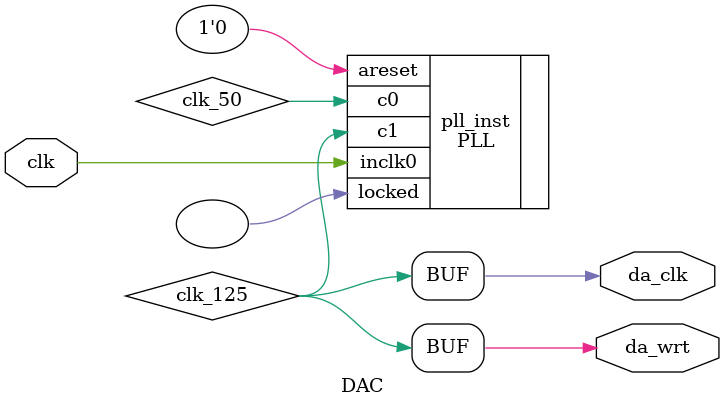
<source format=v>
module DAC(
	input clk,
	output da_clk,      //DA1时钟信号
	output da_wrt     //DA1写信号
);
	
	
assign da_clk = clk_125;
assign da_wrt = clk_125;

wire clk_125;
wire clk_50;


PLL pll_inst(
	.areset  (1'b0),
	.inclk0  (clk),
	.c0      (clk_50),
	.c1      (clk_125),
	.locked  ()
);



endmodule

</source>
